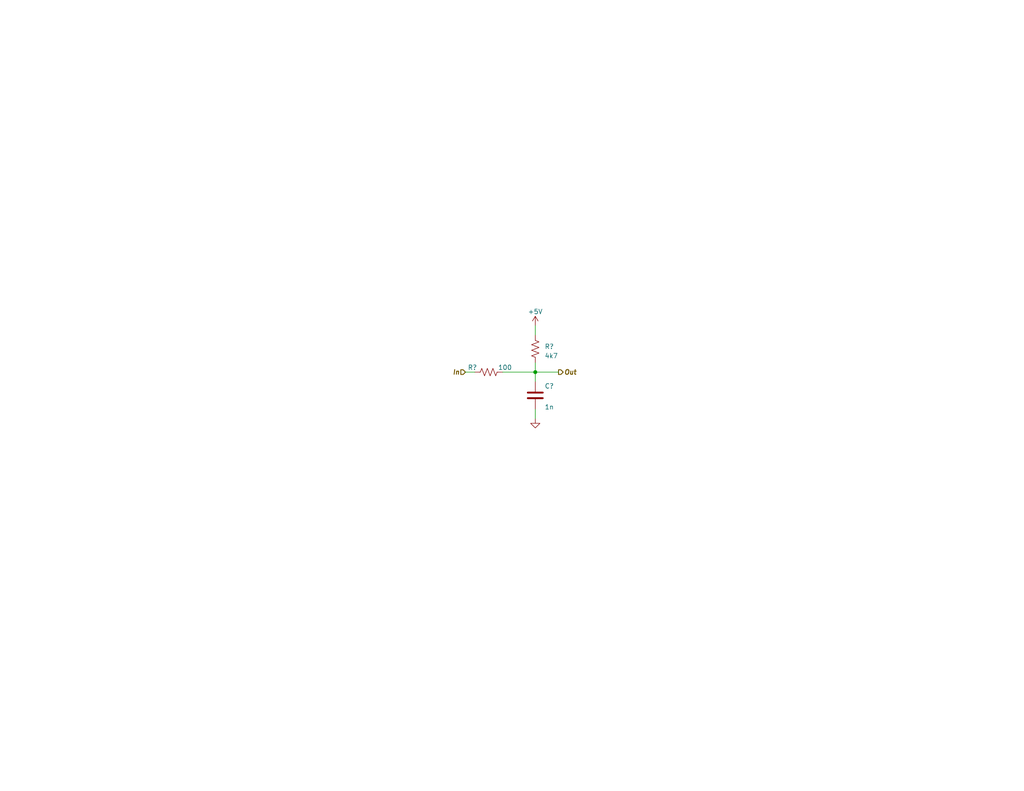
<source format=kicad_sch>
(kicad_sch (version 20230121) (generator eeschema)
  (paper "A")
  (title_block (title "ECE4760 Motor Driver") (date "2023-10-30") (rev "0") (company "Cornell High Energy Synchrotron Source") (comment 1 "Hall Sensor Input Filtering") (comment 3 "S. Bywater") (comment 4 "S. Bywater"))
  (lib_symbols
    (symbol "Device:C" (pin_numbers hide) (pin_names (offset 0.254))
      (property "Reference" "C" (at 0.635 2.54 0))
      (property "Value" "C" (at 0.635 -2.54 0))
      (symbol "C_0_1"
        (polyline (pts (xy -2.032 -0.762) (xy 2.032 -0.762)) (stroke (width 0.508)))
        (polyline (pts (xy -2.032 0.762) (xy 2.032 0.762)) (stroke (width 0.508)))
      )
      (symbol "C_1_1"
        (pin passive line (at 0 3.81 270) (length 2.794) (name "~") (number "1"))
        (pin passive line (at 0 -3.81 90) (length 2.794) (name "~") (number "2"))
      )
    )
    (symbol "Device:R_US" (pin_numbers hide) (pin_names (offset 0))
      (property "Reference" "R" (at 2.54 0 90))
      (property "Value" "R_US" (at -2.54 0 90))
      (symbol "R_US_0_1"
        (polyline (pts (xy 0 -2.286) (xy 0 -2.54)))
        (polyline (pts (xy 0 2.286) (xy 0 2.54)))
        (polyline (pts (xy 0 -0.762) (xy 1.016 -1.143) (xy 0 -1.524) (xy -1.016 -1.905) (xy 0 -2.286)))
        (polyline (pts (xy 0 0.762) (xy 1.016 0.381) (xy 0 0) (xy -1.016 -0.381) (xy 0 -0.762)))
        (polyline (pts (xy 0 2.286) (xy 1.016 1.905) (xy 0 1.524) (xy -1.016 1.143) (xy 0 0.762)))
      )
      (symbol "R_US_1_1"
        (pin passive line (at 0 3.81 270) (length 1.27) (name "~") (number "1"))
        (pin passive line (at 0 -3.81 90) (length 1.27) (name "~") (number "2"))
      )
    )
    (symbol "power:+5V" (power) (pin_names (offset 0))
      (property "Value" "+5V" (at 0 3.556 0))
      (symbol "+5V_0_1"
        (polyline (pts (xy -0.762 1.27) (xy 0 2.54)))
        (polyline (pts (xy 0 0) (xy 0 2.54)))
        (polyline (pts (xy 0 2.54) (xy 0.762 1.27)))
      )
      (symbol "+5V_1_1"
        (pin power_in line (at 0 0 90) (length 0) hide (name "+5V") (number "1"))
      )
    )
    (symbol "power:GND" (power) (pin_names (offset 0))
      (property "Value" "GND" (at 0 -3.81 0))
      (symbol "GND_0_1"
        (polyline (pts (xy 0 0) (xy 0 -1.27) (xy 1.27 -1.27) (xy 0 -2.54) (xy -1.27 -1.27) (xy 0 -1.27)))
      )
      (symbol "GND_1_1"
        (pin power_in line (at 0 0 270) (length 0) hide (name "GND") (number "1"))
      )
    )
  )
  (junction (at 146.05 101.6))
  (wire (pts (xy 146.05 114.3) (xy 146.05 111.76)))
  (wire (pts (xy 146.05 101.6) (xy 146.05 104.14)))
  (wire (pts (xy 146.05 99.06) (xy 146.05 101.6)))
  (wire (pts (xy 127 101.6) (xy 129.54 101.6)))
  (wire (pts (xy 137.16 101.6) (xy 146.05 101.6)))
  (wire (pts (xy 146.05 101.6) (xy 152.4 101.6)))
  (wire (pts (xy 146.05 88.9) (xy 146.05 91.44)))
  (hierarchical_label "Out" (shape output) (at 152.4 101.6 0) (effects (font bold italic)))
  (hierarchical_label "In" (shape input) (at 127 101.6 180) (effects (font bold italic)))
  (symbol (lib_id "Device:C") (at 146.05 107.95 0) (unit 1)
    (property "Reference" "C?" (at 148.59 105.41 0) (effects (justify left)))
    (property "Value" "1n" (at 148.59 111.125 0) (effects (justify left)))
    (property "Footprint" "Capacitor_SMD:C_0402_1005Metric" (effects hide))
    (property "DigiKey" "490-GCM155R71H102KA37JCT-ND" (effects hide))
    (property "LCSC" "C1852263" (effects hide))
    (instances (project "ECE4760 Motor Driver" (path "" (reference "C?") (unit 1)) (path "" (reference "C61") (unit 1)) (path "" (reference "C62") (unit 1)) (path "" (reference "C63") (unit 1))))
  )
  (symbol (lib_id "power:GND") (at 146.05 114.3 0) (unit 1)
    (property "Reference" "#PWR02" (effects hide))
    (property "Value" "GND" (effects hide))
    (instances (project "ECE4760 Motor Driver" (path "" (reference "#PWR02") (unit 1)) (path "" (reference "#PWR04") (unit 1)) (path "" (reference "#PWR06") (unit 1))))
  )
  (symbol (lib_id "Device:R_US") (at 146.05 95.25 0) (unit 1)
    (property "Reference" "R?" (at 148.59 94.615 0) (effects (justify left)))
    (property "Value" "4k7" (at 148.59 97.155 0) (effects (justify left)))
    (property "Footprint" "Resistor_SMD:R_0402_1005Metric" (effects hide))
    (property "DigiKey" "311-4.7KJRCT-ND" (effects hide))
    (property "LCSC" "C105870" (effects hide))
    (instances (project "ECE4760 Motor Driver" (path "" (reference "R?") (unit 1)) (path "" (reference "R?") (unit 1)) (path "" (reference "R?") (unit 1)) (path "" (reference "R12") (unit 1)) (path "" (reference "R14") (unit 1)) (path "" (reference "R16") (unit 1))))
  )
  (symbol (lib_id "power:+5V") (at 146.05 88.9 0) (unit 1)
    (property "Reference" "#PWR01" (effects hide))
    (property "Value" "+5V" (at 146.05 85.09 0))
    (instances (project "ECE4760 Motor Driver" (path "" (reference "#PWR01") (unit 1)) (path "" (reference "#PWR03") (unit 1)) (path "" (reference "#PWR05") (unit 1))))
  )
  (symbol (lib_id "Device:R_US") (at 133.35 101.6 90) (unit 1)
    (property "Reference" "R?" (at 128.905 100.33 90))
    (property "Value" "100" (at 137.795 100.33 90))
    (property "Footprint" "Resistor_SMD:R_0402_1005Metric" (effects hide))
    (property "DigiKey" "311-100JRCT-ND" (effects hide))
    (property "LCSC" "C106233" (effects hide))
    (instances (project "ECE4760 Motor Driver" (path "" (reference "R?") (unit 1)) (path "" (reference "R13") (unit 1)) (path "" (reference "R15") (unit 1)) (path "" (reference "R17") (unit 1))))
  )
)
</source>
